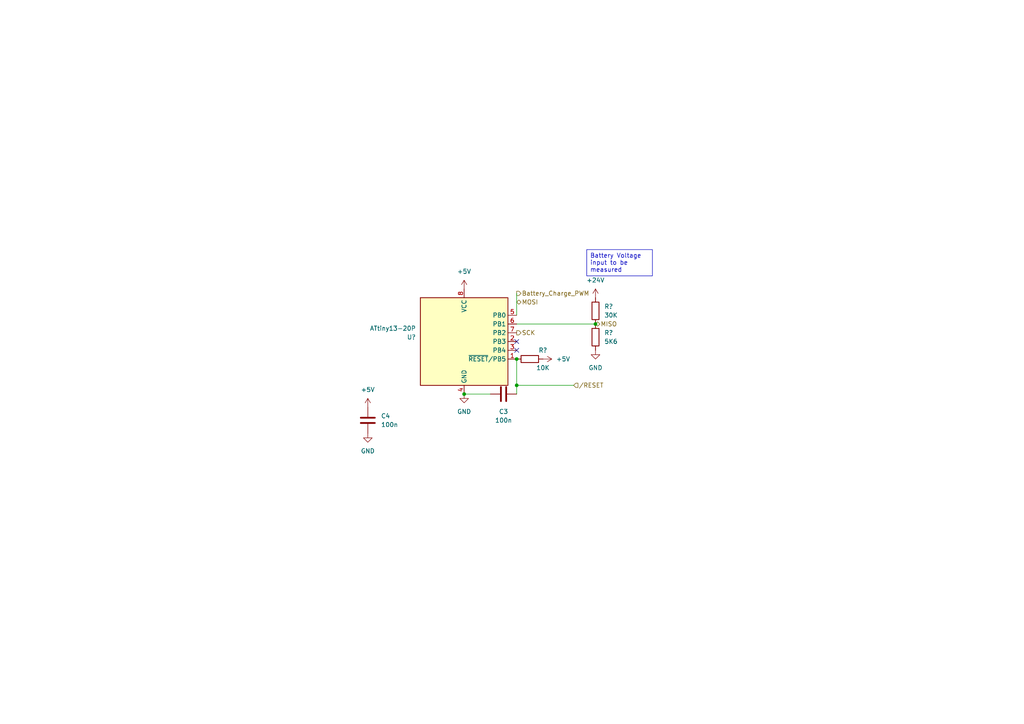
<source format=kicad_sch>
(kicad_sch (version 20230121) (generator eeschema)
  (paper "A4")
  (lib_symbols
    (symbol "Device:C" (pin_numbers hide) (pin_names (offset 0.254))
      (property "Reference" "C" (at 0.635 2.54 0))
      (property "Value" "C" (at 0.635 -2.54 0))
      (symbol "C_0_1"
        (polyline (pts (xy -2.032 -0.762) (xy 2.032 -0.762)) (stroke (width 0.508)))
        (polyline (pts (xy -2.032 0.762) (xy 2.032 0.762)) (stroke (width 0.508)))
      )
      (symbol "C_1_1"
        (pin passive line (at 0 3.81 270) (length 2.794) (name "~") (number "1"))
        (pin passive line (at 0 -3.81 90) (length 2.794) (name "~") (number "2"))
      )
    )
    (symbol "Device:R" (pin_numbers hide) (pin_names (offset 0))
      (property "Reference" "R" (at 2.032 0 90))
      (property "Value" "R" (at 0 0 90))
      (symbol "R_0_1"
        (rectangle (start -1.016 -2.54) (end 1.016 2.54) (stroke (width 0.254)))
      )
      (symbol "R_1_1"
        (pin passive line (at 0 3.81 270) (length 1.27) (name "~") (number "1"))
        (pin passive line (at 0 -3.81 90) (length 1.27) (name "~") (number "2"))
      )
    )
    (symbol "MCU_Microchip_ATtiny:ATtiny13-20P"
      (property "Reference" "U" (at -12.7 13.97 0))
      (property "Value" "ATtiny13-20P" (at 2.54 -13.97 0))
      (symbol "ATtiny13-20P_0_1"
        (rectangle (start -12.7 -12.7) (end 12.7 12.7) (stroke (width 0.254)) (fill (type background)))
      )
      (symbol "ATtiny13-20P_1_1"
        (pin bidirectional line (at 15.24 -5.08 180) (length 2.54) (name "~{RESET}/PB5") (number "1"))
        (pin bidirectional line (at 15.24 0 180) (length 2.54) (name "PB3") (number "2"))
        (pin bidirectional line (at 15.24 -2.54 180) (length 2.54) (name "PB4") (number "3"))
        (pin power_in line (at 0 -15.24 90) (length 2.54) (name "GND") (number "4"))
        (pin bidirectional line (at 15.24 7.62 180) (length 2.54) (name "PB0") (number "5"))
        (pin bidirectional line (at 15.24 5.08 180) (length 2.54) (name "PB1") (number "6"))
        (pin bidirectional line (at 15.24 2.54 180) (length 2.54) (name "PB2") (number "7"))
        (pin power_in line (at 0 15.24 270) (length 2.54) (name "VCC") (number "8"))
      )
    )
    (symbol "power:+24V" (power) (pin_names (offset 0))
      (property "Value" "+24V" (at 0 3.556 0))
      (symbol "+24V_0_1"
        (polyline (pts (xy -0.762 1.27) (xy 0 2.54)))
        (polyline (pts (xy 0 0) (xy 0 2.54)))
        (polyline (pts (xy 0 2.54) (xy 0.762 1.27)))
      )
      (symbol "+24V_1_1"
        (pin power_in line (at 0 0 90) (length 0) hide (name "+24V") (number "1"))
      )
    )
    (symbol "power:+5V" (power) (pin_names (offset 0))
      (property "Value" "+5V" (at 0 3.556 0))
      (symbol "+5V_0_1"
        (polyline (pts (xy -0.762 1.27) (xy 0 2.54)))
        (polyline (pts (xy 0 0) (xy 0 2.54)))
        (polyline (pts (xy 0 2.54) (xy 0.762 1.27)))
      )
      (symbol "+5V_1_1"
        (pin power_in line (at 0 0 90) (length 0) hide (name "+5V") (number "1"))
      )
    )
    (symbol "power:GND" (power) (pin_names (offset 0))
      (property "Value" "GND" (at 0 -3.81 0))
      (symbol "GND_0_1"
        (polyline (pts (xy 0 0) (xy 0 -1.27) (xy 1.27 -1.27) (xy 0 -2.54) (xy -1.27 -1.27) (xy 0 -1.27)))
      )
      (symbol "GND_1_1"
        (pin power_in line (at 0 0 270) (length 0) hide (name "GND") (number "1"))
      )
    )
  )
  (junction (at 149.86 111.76))
  (junction (at 134.62 114.3))
  (junction (at 149.86 104.14))
  (junction (at 172.72 93.98))
  (no_connect (at 149.86 101.6))
  (no_connect (at 149.86 99.06))
  (wire (pts (xy 149.86 111.76) (xy 149.86 114.3)))
  (wire (pts (xy 149.86 85.09) (xy 149.86 91.44)))
  (wire (pts (xy 149.86 111.76) (xy 166.37 111.76)))
  (wire (pts (xy 149.86 93.98) (xy 172.72 93.98)))
  (wire (pts (xy 134.62 114.3) (xy 142.24 114.3)))
  (wire (pts (xy 149.86 104.14) (xy 149.86 111.76)))
  (text_box "Battery Voltage input to be measured" (at 170.18 72.39 0) (size 19.05 7.62) (effects (font (size 1.27 1.27)) (justify left top)))
  (hierarchical_label "SCK" (shape output) (at 149.86 96.52 0))
  (hierarchical_label "MISO" (shape bidirectional) (at 172.72 93.98 0))
  (hierarchical_label "Battery_Charge_PWM" (shape output) (at 149.86 85.09 0))
  (hierarchical_label "MOSI" (shape bidirectional) (at 149.86 87.63 0))
  (hierarchical_label "{slash}RESET" (shape input) (at 166.37 111.76 0))
  (symbol (lib_id "Device:C") (at 146.05 114.3 90) (unit 1)
    (property "Reference" "C3" (at 146.05 119.38 90))
    (property "Value" "100n" (at 146.05 121.92 90))
    (property "Footprint" "Capacitor_THT:C_Disc_D3.0mm_W1.6mm_P2.50mm" (effects hide))
  )
  (symbol (lib_id "power:+5V") (at 157.48 104.14 270) (unit 1)
    (property "Reference" "#PWR05" (effects hide))
    (property "Value" "+5V" (at 161.29 104.14 90) (effects (justify left)))
  )
  (symbol (lib_id "Device:R") (at 172.72 97.79 0) (unit 1)
    (property "Reference" "R?" (at 175.26 96.52 0) (effects (justify left)))
    (property "Value" "5K6" (at 175.26 99.06 0) (effects (justify left)))
    (property "Footprint" "Resistor_THT:R_Axial_DIN0207_L6.3mm_D2.5mm_P7.62mm_Horizontal" (effects hide))
    (instances (project "main" (path "" (reference "R?") (unit 1)) (path "" (reference "R3") (unit 1))))
  )
  (symbol (lib_id "Device:C") (at 106.68 121.92 0) (unit 1)
    (property "Reference" "C4" (at 110.49 120.65 0) (effects (justify left)))
    (property "Value" "100n" (at 110.49 123.19 0) (effects (justify left)))
    (property "Footprint" "Capacitor_THT:C_Disc_D3.0mm_W1.6mm_P2.50mm" (effects hide))
  )
  (symbol (lib_id "Device:R") (at 153.67 104.14 90) (unit 1)
    (property "Reference" "R?" (at 157.48 101.6 90))
    (property "Value" "10K" (at 157.48 106.68 90))
    (property "Footprint" "Resistor_THT:R_Axial_DIN0207_L6.3mm_D2.5mm_P7.62mm_Horizontal" (effects hide))
    (instances (project "main" (path "" (reference "R?") (unit 1)) (path "" (reference "R1") (unit 1))))
  )
  (symbol (lib_id "MCU_Microchip_ATtiny:ATtiny13-20P") (at 134.62 99.06 0) (unit 1)
    (property "Reference" "U?" (at 120.65 97.7899 0) (effects (justify right)))
    (property "Value" "ATtiny13-20P" (at 120.65 95.25 0) (effects (justify right)))
    (property "Footprint" "Package_DIP:DIP-8_W7.62mm_LongPads" (effects hide))
    (property "Datasheet" "http://ww1.microchip.com/downloads/en/DeviceDoc/doc2535.pdf" (effects hide))
    (instances (project "main" (path "" (reference "U?") (unit 1)) (path "" (reference "U2") (unit 1))))
  )
  (symbol (lib_id "power:+5V") (at 106.68 118.11 0) (unit 1)
    (property "Reference" "#PWR07" (effects hide))
    (property "Value" "+5V" (at 106.68 113.03 0))
  )
  (symbol (lib_id "Device:R") (at 172.72 90.17 0) (unit 1)
    (property "Reference" "R?" (at 175.26 88.9 0) (effects (justify left)))
    (property "Value" "30K" (at 175.26 91.44 0) (effects (justify left)))
    (property "Footprint" "Resistor_THT:R_Axial_DIN0207_L6.3mm_D2.5mm_P7.62mm_Horizontal" (effects hide))
    (instances (project "main" (path "" (reference "R?") (unit 1)) (path "" (reference "R2") (unit 1))))
  )
  (symbol (lib_id "power:+5V") (at 134.62 83.82 0) (unit 1)
    (property "Reference" "#PWR06" (effects hide))
    (property "Value" "+5V" (at 134.62 78.74 0))
  )
  (symbol (lib_id "power:GND") (at 106.68 125.73 0) (unit 1)
    (property "Reference" "#PWR03" (effects hide))
    (property "Value" "GND" (at 106.68 130.81 0))
  )
  (symbol (lib_id "power:GND") (at 172.72 101.6 0) (unit 1)
    (property "Reference" "#PWR04" (effects hide))
    (property "Value" "GND" (at 172.72 106.68 0))
  )
  (symbol (lib_id "power:+24V") (at 172.72 86.36 0) (unit 1)
    (property "Reference" "#PWR018" (effects hide))
    (property "Value" "+24V" (at 172.72 81.28 0))
  )
  (symbol (lib_id "power:GND") (at 134.62 114.3 0) (unit 1)
    (property "Reference" "#PWR?" (effects hide))
    (property "Value" "GND" (at 134.62 119.38 0))
    (instances (project "main" (path "" (reference "#PWR?") (unit 1)) (path "" (reference "#PWR02") (unit 1))))
  )
)
</source>
